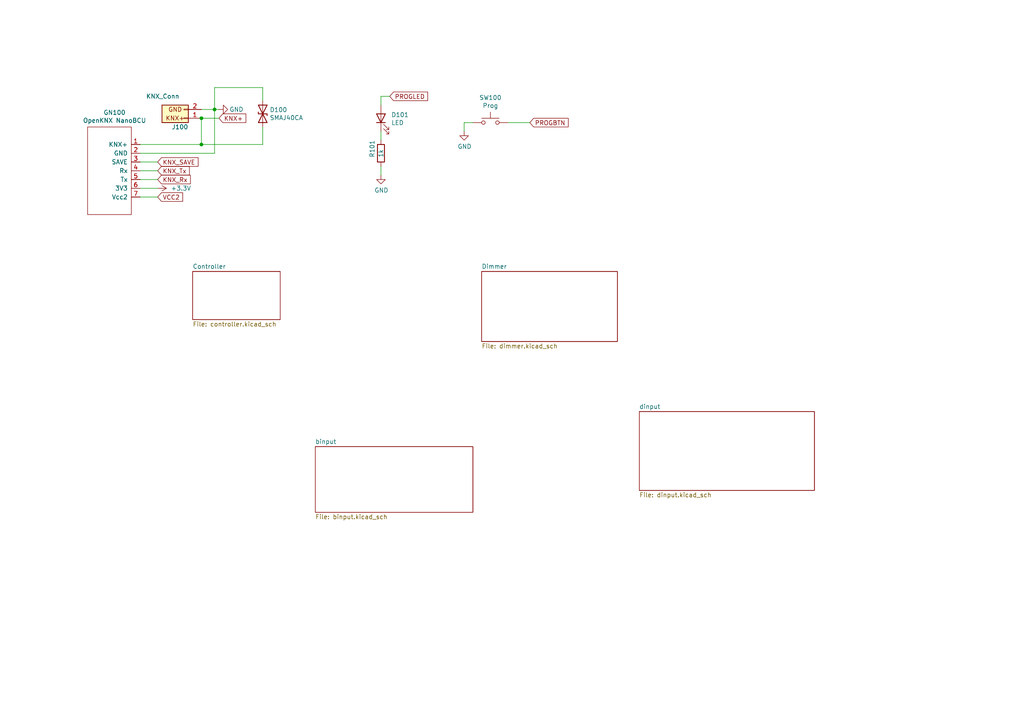
<source format=kicad_sch>
(kicad_sch (version 20230121) (generator eeschema)
  (paper "A4")
  (title_block (title "LED-UP1-4x24V") (date "2024-03-28") (rev "V00.01") (company "OpenKNX") (comment 1 "by Ing-Dom <dom@sing-dom.de>") (comment 4 "https://OpenKNX.de"))
  (lib_symbols
    (symbol "Device:D_TVS" (pin_numbers hide) (pin_names (offset 1.016) hide)
      (property "Reference" "D" (at 0 2.54 0))
      (property "Value" "D_TVS" (at 0 -2.54 0))
      (symbol "D_TVS_0_1"
        (polyline (pts (xy 1.27 0) (xy -1.27 0)))
        (polyline (pts (xy 0.508 1.27) (xy 0 1.27) (xy 0 -1.27) (xy -0.508 -1.27)) (stroke (width 0.254)))
        (polyline (pts (xy -2.54 1.27) (xy -2.54 -1.27) (xy 2.54 1.27) (xy 2.54 -1.27) (xy -2.54 1.27)) (stroke (width 0.254)))
      )
      (symbol "D_TVS_1_1"
        (pin passive line (at -3.81 0 0) (length 2.54) (name "A1") (number "1"))
        (pin passive line (at 3.81 0 180) (length 2.54) (name "A2") (number "2"))
      )
    )
    (symbol "Device:LED" (pin_numbers hide) (pin_names (offset 1.016) hide)
      (property "Reference" "D" (at 0 2.54 0))
      (property "Value" "LED" (at 0 -2.54 0))
      (symbol "LED_0_1"
        (polyline (pts (xy -1.27 -1.27) (xy -1.27 1.27)) (stroke (width 0.254)))
        (polyline (pts (xy -1.27 0) (xy 1.27 0)))
        (polyline (pts (xy 1.27 -1.27) (xy 1.27 1.27) (xy -1.27 0) (xy 1.27 -1.27)) (stroke (width 0.254)))
        (polyline (pts (xy -3.048 -0.762) (xy -4.572 -2.286) (xy -3.81 -2.286) (xy -4.572 -2.286) (xy -4.572 -1.524)))
        (polyline (pts (xy -1.778 -0.762) (xy -3.302 -2.286) (xy -2.54 -2.286) (xy -3.302 -2.286) (xy -3.302 -1.524)))
      )
      (symbol "LED_1_1"
        (pin passive line (at -3.81 0 0) (length 2.54) (name "K") (number "1"))
        (pin passive line (at 3.81 0 180) (length 2.54) (name "A") (number "2"))
      )
    )
    (symbol "Device:R" (pin_numbers hide) (pin_names (offset 0))
      (property "Reference" "R" (at 2.032 0 90))
      (property "Value" "R" (at 0 0 90))
      (symbol "R_0_1"
        (rectangle (start -1.016 -2.54) (end 1.016 2.54) (stroke (width 0.254)))
      )
      (symbol "R_1_1"
        (pin passive line (at 0 3.81 270) (length 1.27) (name "~") (number "1"))
        (pin passive line (at 0 -3.81 90) (length 1.27) (name "~") (number "2"))
      )
    )
    (symbol "OpenKNX:Conn_KNX" (pin_names (offset 1.016) hide)
      (property "Reference" "J" (at 0 2.54 0))
      (property "Value" "Conn_KNX" (at 0 -5.08 0))
      (symbol "Conn_KNX_0_0"
        (text "GND" (at 2.54 -2.54 0) (effects (font (size 1.27 1.27))))
        (text "KNX+" (at 2.54 0 0) (effects (font (size 1.27 1.27))))
      )
      (symbol "Conn_KNX_1_1"
        (rectangle (start -1.27 -2.413) (end 0 -2.667) (stroke (width 0.1524)))
        (rectangle (start -1.27 0.127) (end 0 -0.127) (stroke (width 0.1524)))
        (rectangle (start -1.27 1.27) (end 6.35 -3.81) (stroke (width 0.254)) (fill (type background)))
        (pin passive line (at -5.08 0 0) (length 3.81) (name "Pin_1") (number "1"))
        (pin passive line (at -5.08 -2.54 0) (length 3.81) (name "Pin_2") (number "2"))
      )
    )
    (symbol "OpenKNX:OpenKNX_BCU" (pin_names (offset 1.016))
      (property "Reference" "GN" (at -5.08 13.97 0))
      (property "Value" "OpenKNX_BCU" (at -3.175 0 90))
      (symbol "OpenKNX_BCU_0_1"
        (rectangle (start 6.35 12.7) (end -6.35 -12.7))
      )
      (symbol "OpenKNX_BCU_1_1"
        (pin bidirectional line (at 8.89 7.62 180) (length 2.54) (name "KNX+") (number "1"))
        (pin bidirectional line (at 8.89 5.08 180) (length 2.54) (name "GND") (number "2"))
        (pin output line (at 8.89 2.54 180) (length 2.54) (name "SAVE") (number "3"))
        (pin input line (at 8.89 0 180) (length 2.54) (name "Rx") (number "4"))
        (pin output line (at 8.89 -2.54 180) (length 2.54) (name "Tx") (number "5"))
        (pin power_out line (at 8.89 -5.08 180) (length 2.54) (name "3V3") (number "6"))
        (pin power_out line (at 8.89 -7.62 180) (length 2.54) (name "Vcc2") (number "7"))
      )
    )
    (symbol "Switch:SW_Push" (pin_numbers hide) (pin_names (offset 1.016) hide)
      (property "Reference" "SW" (at 1.27 2.54 0))
      (property "Value" "SW_Push" (at 0 -1.524 0))
      (symbol "SW_Push_0_1"
        (circle (center -2.032 0) (radius 0.508))
        (polyline (pts (xy 0 1.27) (xy 0 3.048)))
        (polyline (pts (xy 2.54 1.27) (xy -2.54 1.27)))
        (circle (center 2.032 0) (radius 0.508))
        (pin passive line (at -5.08 0 0) (length 2.54) (name "1") (number "1"))
        (pin passive line (at 5.08 0 180) (length 2.54) (name "2") (number "2"))
      )
    )
    (symbol "power:+3.3V" (power) (pin_names (offset 0))
      (property "Value" "+3.3V" (at 0 3.556 0))
      (symbol "+3.3V_0_1"
        (polyline (pts (xy -0.762 1.27) (xy 0 2.54)))
        (polyline (pts (xy 0 0) (xy 0 2.54)))
        (polyline (pts (xy 0 2.54) (xy 0.762 1.27)))
      )
      (symbol "+3.3V_1_1"
        (pin power_in line (at 0 0 90) (length 0) hide (name "+3.3V") (number "1"))
      )
    )
    (symbol "power:GND" (power) (pin_names (offset 0))
      (property "Value" "GND" (at 0 -3.81 0))
      (symbol "GND_0_1"
        (polyline (pts (xy 0 0) (xy 0 -1.27) (xy 1.27 -1.27) (xy 0 -2.54) (xy -1.27 -1.27) (xy 0 -1.27)))
      )
      (symbol "GND_1_1"
        (pin power_in line (at 0 0 270) (length 0) hide (name "GND") (number "1"))
      )
    )
  )
  (junction (at 58.42 41.91))
  (junction (at 58.42 34.29))
  (junction (at 62.23 31.75))
  (wire (pts (xy 58.42 34.29) (xy 58.42 41.91)))
  (wire (pts (xy 113.03 27.94) (xy 110.49 27.94)))
  (wire (pts (xy 110.49 27.94) (xy 110.49 30.48)))
  (wire (pts (xy 58.42 34.29) (xy 63.5 34.29)))
  (wire (pts (xy 40.64 52.07) (xy 45.72 52.07)))
  (wire (pts (xy 62.23 31.75) (xy 62.23 25.4)))
  (wire (pts (xy 110.49 38.1) (xy 110.49 40.64)))
  (wire (pts (xy 134.62 35.56) (xy 134.62 38.1)))
  (wire (pts (xy 45.72 49.53) (xy 40.64 49.53)))
  (wire (pts (xy 62.23 25.4) (xy 76.2 25.4)))
  (wire (pts (xy 76.2 25.4) (xy 76.2 29.21)))
  (wire (pts (xy 62.23 31.75) (xy 63.5 31.75)))
  (wire (pts (xy 153.67 35.56) (xy 147.32 35.56)))
  (wire (pts (xy 58.42 31.75) (xy 62.23 31.75)))
  (wire (pts (xy 76.2 36.83) (xy 76.2 41.91)))
  (wire (pts (xy 58.42 41.91) (xy 40.64 41.91)))
  (wire (pts (xy 40.64 46.99) (xy 45.72 46.99)))
  (wire (pts (xy 62.23 44.45) (xy 62.23 31.75)))
  (wire (pts (xy 40.64 44.45) (xy 62.23 44.45)))
  (wire (pts (xy 45.72 54.61) (xy 40.64 54.61)))
  (wire (pts (xy 137.16 35.56) (xy 134.62 35.56)))
  (wire (pts (xy 76.2 41.91) (xy 58.42 41.91)))
  (wire (pts (xy 40.64 57.15) (xy 45.72 57.15)))
  (wire (pts (xy 110.49 48.26) (xy 110.49 50.8)))
  (global_label "PROGLED" (shape input) (at 113.03 27.94 0) (property "Intersheetrefs" "${INTERSHEET_REFS}" (effects hide)))
  (global_label "PROGBTN" (shape input) (at 153.67 35.56 0) (property "Intersheetrefs" "${INTERSHEET_REFS}" (effects hide)))
  (global_label "KNX_Tx" (shape input) (at 45.72 49.53 0) (property "Intersheetrefs" "${INTERSHEET_REFS}" (effects hide)))
  (global_label "KNX_Rx" (shape input) (at 45.72 52.07 0) (property "Intersheetrefs" "${INTERSHEET_REFS}" (effects hide)))
  (global_label "KNX+" (shape input) (at 63.5 34.29 0) (property "Intersheetrefs" "${INTERSHEET_REFS}" (effects hide)))
  (global_label "VCC2" (shape input) (at 45.72 57.15 0) (property "Intersheetrefs" "${INTERSHEET_REFS}" (effects hide)))
  (global_label "KNX_SAVE" (shape input) (at 45.72 46.99 0) (property "Intersheetrefs" "${INTERSHEET_REFS}" (effects hide)))
  (symbol (lib_id "power:GND") (at 63.5 31.75 90) (unit 1)
    (property "Reference" "#PWR0103" (effects hide))
    (property "Value" "GND" (at 68.58 31.75 90))
  )
  (symbol (lib_id "OpenKNX:Conn_KNX") (at 53.34 34.29 180) (unit 1)
    (property "Reference" "J100" (at 54.61 36.83 0) (effects (justify left)))
    (property "Value" "KNX_Conn" (at 52.07 27.94 0) (effects (justify left)))
    (property "Footprint" "OpenKNX:KNX_Connector" (effects hide))
  )
  (symbol (lib_id "OpenKNX:OpenKNX_BCU") (at 31.75 49.53 0) (unit 1)
    (property "Reference" "GN100" (at 33.2232 32.639 0))
    (property "Value" "OpenKNX NanoBCU" (at 33.2232 34.9504 0))
    (property "Footprint" "OpenKNX:NanoBCU_PinHeader_SMD_low_profile" (effects hide))
    (property "LCSC" "C5160790" (effects hide))
  )
  (symbol (lib_id "Device:D_TVS") (at 76.2 33.02 270) (unit 1)
    (property "Reference" "D100" (at 78.2066 31.8516 90) (effects (justify left)))
    (property "Value" "SMAJ40CA" (at 78.2066 34.163 90) (effects (justify left)))
    (property "Footprint" "Diode_SMD:D_SMA" (effects hide))
    (property "LCSC" "C113970" (effects hide))
  )
  (symbol (lib_id "Device:LED") (at 110.49 34.29 90) (unit 1)
    (property "Reference" "D101" (at 113.4618 33.2994 90) (effects (justify right)))
    (property "Value" "LED" (at 113.4618 35.6108 90) (effects (justify right)))
    (property "Footprint" "LED_SMD:LED_0603_1608Metric" (effects hide))
    (property "LCSC" "C2286" (effects hide))
  )
  (symbol (lib_id "Device:R") (at 110.49 44.45 0) (unit 1)
    (property "Reference" "R101" (at 107.95 45.72 90) (effects (justify left)))
    (property "Value" "1k" (at 110.49 45.72 90) (effects (justify left)))
    (property "Footprint" "Resistor_SMD:R_0402_1005Metric" (effects hide))
    (property "LCSC" "C11702" (effects hide))
  )
  (symbol (lib_id "power:GND") (at 110.49 50.8 0) (unit 1)
    (property "Reference" "#PWR0104" (effects hide))
    (property "Value" "GND" (at 110.617 55.1942 0))
  )
  (symbol (lib_id "power:GND") (at 134.62 38.1 0) (unit 1)
    (property "Reference" "#PWR0105" (effects hide))
    (property "Value" "GND" (at 134.747 42.4942 0))
  )
  (symbol (lib_id "Switch:SW_Push") (at 142.24 35.56 0) (unit 1)
    (property "Reference" "SW100" (at 142.24 28.321 0))
    (property "Value" "Prog" (at 142.24 30.6324 0))
    (property "Footprint" "EasyEDAModLib:C455282_SW-SMD_4P-L4.2-W3.3-P2.15-LS5.1" (effects hide))
    (property "LCSC" "C455282" (effects hide))
  )
  (symbol (lib_id "power:+3.3V") (at 45.72 54.61 270) (unit 1)
    (property "Reference" "#PWR01" (effects hide))
    (property "Value" "+3.3V" (at 49.53 54.61 90) (effects (justify left)))
  )
  (sheet (at 55.88 78.74) (size 25.4 13.97)
    (property "Sheetname" "Controller" (at 55.88 78.0284 0) (effects (justify left bottom)))
    (property "Sheetfile" "controller.kicad_sch" (at 55.88 93.2946 0) (effects (justify left top)))
  )
  (sheet (at 91.44 129.54) (size 45.72 19.05) (stroke (width 0.1524))
    (property "Sheetname" "binput" (at 91.44 128.8284 0) (effects (justify left bottom)))
    (property "Sheetfile" "binput.kicad_sch" (at 91.44 149.1746 0) (effects (justify left top)))
  )
  (sheet (at 185.42 119.38) (size 50.8 22.86) (stroke (width 0.1524))
    (property "Sheetname" "dinput" (at 185.42 118.6684 0) (effects (justify left bottom)))
    (property "Sheetfile" "dinput.kicad_sch" (at 185.42 142.8246 0) (effects (justify left top)))
  )
  (sheet (at 139.7 78.74) (size 39.37 20.32) (stroke (width 0.1524))
    (property "Sheetname" "Dimmer" (at 139.7 78.0284 0) (effects (justify left bottom)))
    (property "Sheetfile" "dimmer.kicad_sch" (at 139.7 99.6446 0) (effects (justify left top)))
  )
)
</source>
